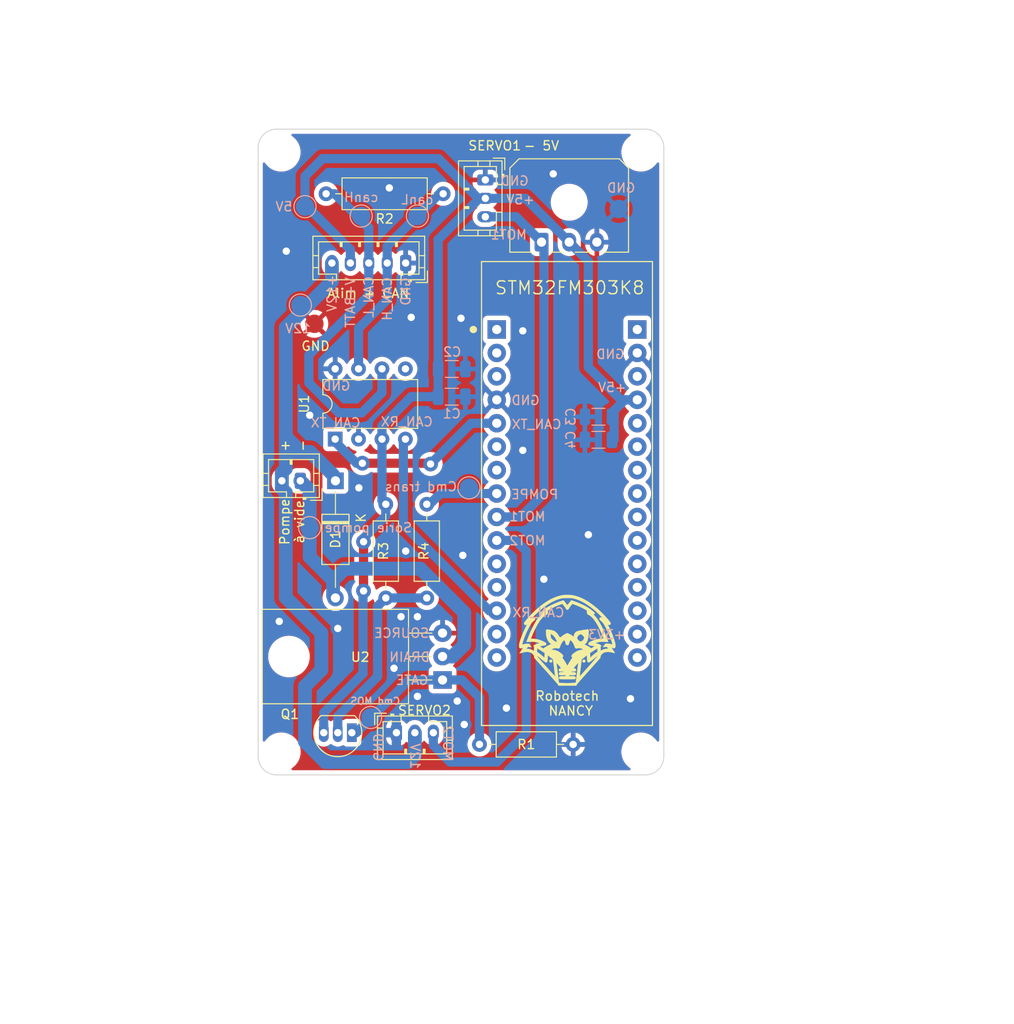
<source format=kicad_pcb>
(kicad_pcb (version 20211014) (generator pcbnew)
  (layers (0 "F.Cu" signal) (31 "B.Cu" signal) (34 "B.Paste" user) (35 "F.Paste" user) (36 "B.SilkS" user "B.Silkscreen") (37 "F.SilkS" user "F.Silkscreen") (38 "B.Mask" user) (39 "F.Mask" user) (44 "Edge.Cuts" user))
  (net 0 "")
  (net 1 "GND")
  (net 2 "CAN_H")
  (net 3 "CAN_L")
  (net 5 "+12V")
  (net 6 "MOT1")
  (net 7 "MOT2")
  (net 18 "+5V")
  (net 28 "+3V3")
  (net 30 "CAN_TX")
  (net 31 "CAN_RX")
  (net 32 "Net-(D1-Pad2)")
  (net 33 "POMPE")
  (net 35 "Net-(Q1-Pad1)")
  (net 36 "Net-(Q1-Pad2)")
  (footprint "" (layer "F.Cu") (at 145.5 35.5)
    (fp_text reference "" (at 0 0) (layer "F.SilkS") (effects (font (size 1.27 1.27))))
    (fp_text value "" (at 0 0) (layer "F.SilkS") (effects (font (size 1.27 1.27))))
    (pad "" np_thru_hole circle locked (at 0 0 180) (size 3.2 3.2) (drill 3.2) (layers *.Cu *.Mask))
  )
  (footprint "" (layer "F.Cu") (at 145.5 100.5)
    (fp_text reference "" (at 0 0) (layer "F.SilkS") (effects (font (size 1.27 1.27))))
    (fp_text value "" (at 0 0) (layer "F.SilkS") (effects (font (size 1.27 1.27))))
    (pad "" np_thru_hole circle locked (at 0 0 180) (size 3.2 3.2) (drill 3.2) (layers *.Cu *.Mask))
  )
  (footprint "Connector_JST:JST_PH_B5B-PH-K_1x05_P2.00mm_Vertical" (layer "F.Cu") (at 159 47.5144 180)
    (fp_text reference "BUS_CAN1" hide)
    (fp_text value "Conn_01x05")
    (pad "1" thru_hole roundrect (at 0 0 180) (size 1.2 1.75) (drill 0.8) (layers *.Cu *.Mask) (roundrect_rratio 0.2083333333) (net 1 "GND"))
    (pad "2" thru_hole oval (at 2 0 180) (size 1.2 1.75) (drill 0.8) (layers *.Cu *.Mask) (net 2 "CAN_H"))
    (pad "3" thru_hole oval (at 4 0 180) (size 1.2 1.75) (drill 0.8) (layers *.Cu *.Mask) (net 3 "CAN_L"))
    (pad "4" thru_hole oval (at 6 0 180) (size 1.2 1.75) (drill 0.8) (layers *.Cu *.Mask) (net 18 "+5V"))
    (pad "5" thru_hole oval (at 8 0 180) (size 1.2 1.75) (drill 0.8) (layers *.Cu *.Mask) (net 5 "+12V"))
  )
  (footprint "empreinte:MODULE_NUCLEO-F303K8" (layer "F.Cu") (at 176.5 72.5)
    (fp_text reference "STM32FM303K8" (at 0.3 -22.3) (layer "F.SilkS") (effects (font (size 1.402378 1.402378))))
    (fp_text value "NUCLEO-F303K8")
    (pad "3.1" thru_hole rect (at -7.62 -17.78) (size 2 2) (drill 1) (layers *.Cu *.Mask))
    (pad "3.2" thru_hole circle (at -7.62 -15.24) (size 2 2) (drill 1) (layers *.Cu *.Mask))
    (pad "3.3" thru_hole circle (at -7.62 -12.7) (size 2 2) (drill 1) (layers *.Cu *.Mask))
    (pad "3.4" thru_hole circle (at -7.62 -10.16) (size 2 2) (drill 1) (layers *.Cu *.Mask) (net 1 "GND"))
    (pad "3.5" thru_hole circle (at -7.62 -7.62) (size 2 2) (drill 1) (layers *.Cu *.Mask) (net 30 "CAN_TX"))
    (pad "3.6" thru_hole circle (at -7.62 -5.08) (size 2 2) (drill 1) (layers *.Cu *.Mask))
    (pad "3.7" thru_hole circle (at -7.62 -2.54) (size 2 2) (drill 1) (layers *.Cu *.Mask))
    (pad "3.8" thru_hole circle (at -7.62 0) (size 2 2) (drill 1) (layers *.Cu *.Mask) (net 33 "POMPE"))
    (pad "3.9" thru_hole circle (at -7.62 2.54) (size 2 2) (drill 1) (layers *.Cu *.Mask) (net 6 "MOT1"))
    (pad "3.10" thru_hole circle (at -7.62 5.08) (size 2 2) (drill 1) (layers *.Cu *.Mask) (net 7 "MOT2"))
    (pad "3.11" thru_hole circle (at -7.62 7.62) (size 2 2) (drill 1) (layers *.Cu *.Mask))
    (pad "3.12" thru_hole circle (at -7.62 10.16) (size 2 2) (drill 1) (layers *.Cu *.Mask))
    (pad "3.13" thru_hole circle (at -7.62 12.7) (size 2 2) (drill 1) (layers *.Cu *.Mask) (net 31 "CAN_RX"))
    (pad "3.14" thru_hole circle (at -7.62 15.24) (size 2 2) (drill 1) (layers *.Cu *.Mask))
    (pad "3.15" thru_hole circle (at -7.62 17.78) (size 2 2) (drill 1) (layers *.Cu *.Mask))
    (pad "4.1" thru_hole rect (at 7.62 -17.78) (size 2 2) (drill 1) (layers *.Cu *.Mask))
    (pad "4.2" thru_hole circle (at 7.62 -15.24) (size 2 2) (drill 1) (layers *.Cu *.Mask) (net 1 "GND"))
    (pad "4.3" thru_hole circle (at 7.62 -12.7) (size 2 2) (drill 1) (layers *.Cu *.Mask))
    (pad "4.4" thru_hole circle (at 7.62 -10.16) (size 2 2) (drill 1) (layers *.Cu *.Mask) (net 18 "+5V"))
    (pad "4.5" thru_hole circle (at 7.62 -7.62) (size 2 2) (drill 1) (layers *.Cu *.Mask))
    (pad "4.6" thru_hole circle (at 7.62 -5.08) (size 2 2) (drill 1) (layers *.Cu *.Mask))
    (pad "4.7" thru_hole circle (at 7.62 -2.54) (size 2 2) (drill 1) (layers *.Cu *.Mask))
    (pad "4.8" thru_hole circle (at 7.62 0) (size 2 2) (drill 1) (layers *.Cu *.Mask))
    (pad "4.9" thru_hole circle (at 7.62 2.54) (size 2 2) (drill 1) (layers *.Cu *.Mask))
    (pad "4.10" thru_hole circle (at 7.62 5.08) (size 2 2) (drill 1) (layers *.Cu *.Mask))
    (pad "4.11" thru_hole circle (at 7.62 7.62) (size 2 2) (drill 1) (layers *.Cu *.Mask))
    (pad "4.12" thru_hole circle (at 7.62 10.16) (size 2 2) (drill 1) (layers *.Cu *.Mask))
    (pad "4.13" thru_hole circle (at 7.62 12.7) (size 2 2) (drill 1) (layers *.Cu *.Mask))
    (pad "4.14" thru_hole circle (at 7.62 15.24) (size 2 2) (drill 1) (layers *.Cu *.Mask) (net 28 "+3V3"))
    (pad "4.15" thru_hole circle (at 7.62 17.78) (size 2 2) (drill 1) (layers *.Cu *.Mask))
  )
  (footprint "Resistor_THT:R_Axial_DIN0207_L6.3mm_D2.5mm_P10.16mm_Horizontal" (layer "F.Cu") (at 167.005 99.695)
    (fp_text reference "R1" (at 5.08 0) (layer "F.SilkS"))
    (fp_text value "1k")
    (pad "1" thru_hole circle locked (at 0 0) (size 1.6 1.6) (drill 0.8) (layers *.Cu *.Mask) (net 35 "Net-(Q1-Pad1)"))
    (pad "2" thru_hole oval locked (at 10.16 0) (size 1.6 1.6) (drill 0.8) (layers *.Cu *.Mask) (net 1 "GND"))
  )
  (footprint "Package_TO_SOT_THT:TO-92_Inline" (layer "F.Cu") (at 152.908 98.425 180)
    (fp_text reference "Q1" (at 6.47 2) (layer "F.SilkS"))
    (fp_text value "BC557")
    (pad "1" thru_hole rect (at -0.254 0 180) (size 1.05 2) (drill 0.8) (layers *.Cu *.Mask) (net 35 "Net-(Q1-Pad1)"))
    (pad "2" thru_hole oval (at 1.27 0 180) (size 1.05 2) (drill 0.8) (layers *.Cu *.Mask) (net 36 "Net-(Q1-Pad2)"))
    (pad "3" thru_hole oval (at 2.794 0 180) (size 1.05 2) (drill 0.8) (layers *.Cu *.Mask) (net 18 "+5V"))
  )
  (footprint "Diode_THT:D_A-405_P12.70mm_Horizontal" (layer "F.Cu") (at 151.384 71.12 -90)
    (fp_text reference "D1" (at 6.35 0 90) (layer "F.SilkS"))
    (fp_text value "D")
    (fp_text user "K" (at 4.015 -2.77 90) (layer "F.SilkS"))
    (pad "1" thru_hole rect locked (at 0 0 270) (size 1.8 1.8) (drill 1) (layers *.Cu *.Mask) (net 5 "+12V"))
    (pad "2" thru_hole oval locked (at 12.7 0 270) (size 1.8 1.8) (drill 1) (layers *.Cu *.Mask) (net 32 "Net-(D1-Pad2)"))
  )
  (footprint "Resistor_THT:R_Axial_DIN0207_L6.3mm_D2.5mm_P10.16mm_Horizontal" (layer "F.Cu") (at 161.29 73.66 -90)
    (fp_text reference "R4" (at 5.08 0.3175 90) (layer "F.SilkS"))
    (fp_text value "180")
    (pad "1" thru_hole circle locked (at 0 0 270) (size 1.6 1.6) (drill 0.8) (layers *.Cu *.Mask) (net 33 "POMPE"))
    (pad "2" thru_hole oval locked (at 10.16 0 270) (size 1.6 1.6) (drill 0.8) (layers *.Cu *.Mask) (net 36 "Net-(Q1-Pad2)"))
  )
  (footprint "Connector_JST:JST_PH_B3B-PH-K_1x03_P2.00mm_Vertical" (layer "F.Cu") (at 158 98.425)
    (fp_text reference "SERVO2" (at 3.036 -2.413) (layer "F.SilkS"))
    (fp_text value "Conn_01x03")
    (pad "1" thru_hole roundrect locked (at 0 0) (size 1.2 1.75) (drill 0.8) (layers *.Cu *.Mask) (roundrect_rratio 0.2083333333) (net 1 "GND"))
    (pad "2" thru_hole oval locked (at 2 0) (size 1.2 1.75) (drill 0.8) (layers *.Cu *.Mask) (net 5 "+12V"))
    (pad "3" thru_hole oval locked (at 4 0) (size 1.2 1.75) (drill 0.8) (layers *.Cu *.Mask) (net 7 "MOT2"))
  )
  (footprint "Resistor_THT:R_Axial_DIN0309_L9.0mm_D3.2mm_P12.70mm_Horizontal" (layer "F.Cu") (at 163.068 40.005 180)
    (fp_text reference "R2" (at 6.35 -2.72) (layer "F.SilkS"))
    (fp_text value "R")
    (pad "1" thru_hole circle locked (at 0 0 180) (size 1.6 1.6) (drill 0.8) (layers *.Cu *.Mask) (net 2 "CAN_H"))
    (pad "2" thru_hole oval locked (at 12.7 0 180) (size 1.6 1.6) (drill 0.8) (layers *.Cu *.Mask) (net 3 "CAN_L"))
  )
  (footprint "Logos:logoRobotechNancy10x10" (layer "F.Cu") (at 176.53 88.265)
    (fp_text reference "G***" hide)
    (fp_text value "LOGO" hide)
  )
  (footprint "" (layer "F.Cu") (at 184.5 35.5)
    (fp_text reference "" (at 0 0) (layer "F.SilkS") (effects (font (size 1.27 1.27))))
    (fp_text value "" (at 0 0) (layer "F.SilkS") (effects (font (size 1.27 1.27))))
    (pad "" np_thru_hole circle locked (at 0 0 180) (size 3.2 3.2) (drill 3.2) (layers *.Cu *.Mask))
  )
  (footprint "Connector_JST:JST_PH_B2B-PH-K_1x02_P2.00mm_Vertical" (layer "F.Cu") (at 147.574 71.12 180)
    (fp_text reference "PompeAVide1" hide)
    (fp_text value "Conn_01x02")
    (pad "1" thru_hole roundrect locked (at 0 0 180) (size 1.2 1.75) (drill 0.8) (layers *.Cu *.Mask) (roundrect_rratio 0.2083333333) (net 32 "Net-(D1-Pad2)"))
    (pad "2" thru_hole oval locked (at 2 0 180) (size 1.2 1.75) (drill 0.8) (layers *.Cu *.Mask) (net 5 "+12V"))
  )
  (footprint "Resistor_THT:R_Axial_DIN0207_L6.3mm_D2.5mm_P10.16mm_Horizontal" (layer "F.Cu") (at 156.845 73.66 -90)
    (fp_text reference "R3" (at 5.08 0.254 90) (layer "F.SilkS"))
    (fp_text value "10k")
    (pad "1" thru_hole circle locked (at 0 0 270) (size 1.6 1.6) (drill 0.8) (layers *.Cu *.Mask) (net 18 "+5V"))
    (pad "2" thru_hole oval locked (at 10.16 0 270) (size 1.6 1.6) (drill 0.8) (layers *.Cu *.Mask) (net 36 "Net-(Q1-Pad2)"))
  )
  (footprint "Package_TO_SOT_THT:TO-220-3_Horizontal_TabDown" (layer "F.Cu") (at 163 92.71 90)
    (fp_text reference "U2" (at 2.48 -8.925) (layer "F.SilkS"))
    (fp_text value "IRFZ44NPBF")
    (pad "" np_thru_hole oval locked (at 2.54 -16.66 90) (size 3.5 3.5) (drill 3.5) (layers *.Cu *.Mask))
    (pad "1" thru_hole rect locked (at 0 0 90) (size 1.905 2) (drill 1) (layers *.Cu *.Mask) (net 35 "Net-(Q1-Pad1)"))
    (pad "2" thru_hole oval locked (at 2.54 0 90) (size 1.905 2) (drill 1) (layers *.Cu *.Mask) (net 32 "Net-(D1-Pad2)"))
    (pad "3" thru_hole oval locked (at 5.08 0 90) (size 1.905 2) (drill 1) (layers *.Cu *.Mask) (net 1 "GND"))
  )
  (footprint "Package_DIP:DIP-8_W7.62mm" (layer "F.Cu") (at 151.35 66.6 90)
    (fp_text reference "U1" (at 3.81 -3.35 90) (layer "F.SilkS"))
    (fp_text value "MCP2551-I-P")
    (pad "1" thru_hole rect locked (at 0 0 90) (size 1.6 1.6) (drill 0.8) (layers *.Cu *.Mask) (net 30 "CAN_TX"))
    (pad "2" thru_hole oval locked (at 0 2.54 90) (size 1.6 1.6) (drill 0.8) (layers *.Cu *.Mask) (net 1 "GND"))
    (pad "3" thru_hole oval locked (at 0 5.08 90) (size 1.6 1.6) (drill 0.8) (layers *.Cu *.Mask) (net 18 "+5V"))
    (pad "4" thru_hole oval locked (at 0 7.62 90) (size 1.6 1.6) (drill 0.8) (layers *.Cu *.Mask) (net 31 "CAN_RX"))
    (pad "5" thru_hole oval locked (at 7.62 7.62 90) (size 1.6 1.6) (drill 0.8) (layers *.Cu *.Mask))
    (pad "6" thru_hole oval locked (at 7.62 5.08 90) (size 1.6 1.6) (drill 0.8) (layers *.Cu *.Mask) (net 3 "CAN_L"))
    (pad "7" thru_hole oval locked (at 7.62 2.54 90) (size 1.6 1.6) (drill 0.8) (layers *.Cu *.Mask) (net 2 "CAN_H"))
    (pad "8" thru_hole oval locked (at 7.62 0 90) (size 1.6 1.6) (drill 0.8) (layers *.Cu *.Mask) (net 1 "GND"))
  )
  (footprint "" (layer "F.Cu") (at 184.5 100.5)
    (fp_text reference "" (at 0 0) (layer "F.SilkS") (effects (font (size 1.27 1.27))))
    (fp_text value "" (at 0 0) (layer "F.SilkS") (effects (font (size 1.27 1.27))))
    (pad "" np_thru_hole circle locked (at 0 0 180) (size 3.2 3.2) (drill 3.2) (layers *.Cu *.Mask))
  )
  (footprint "Connector_Molex:Molex_Micro-Fit_3.0_43650-0300_1x03_P3.00mm_Horizontal" (layer "F.Cu") (at 173.736 45.245)
    (fp_text reference "JS1" hide)
    (fp_text value "Molex_Micro-Fit_3.0_43650-0300_1x03_P3.00mm_Horizontal")
    (pad "" np_thru_hole circle locked (at 3 -4.32) (size 3 3) (drill 3) (layers *.Cu *.Mask))
    (pad "1" thru_hole roundrect locked (at 0 0) (size 1.5 2.02) (drill 1) (layers *.Cu *.Mask) (roundrect_rratio 0.1666673333) (net 6 "MOT1"))
    (pad "2" thru_hole oval locked (at 3 0) (size 1.5 2.02) (drill 1) (layers *.Cu *.Mask) (net 18 "+5V"))
    (pad "3" thru_hole oval locked (at 6 0) (size 1.5 2.02) (drill 1) (layers *.Cu *.Mask) (net 1 "GND"))
  )
  (footprint "Connector_JST:JST_PH_B3B-PH-K_1x03_P2.00mm_Vertical" (layer "F.Cu") (at 167.64 38.5 -90)
    (fp_text reference "SERVO1" (at -3.702 -1.016 180) (layer "F.SilkS"))
    (fp_text value "Conn_01x03")
    (pad "1" thru_hole roundrect (at 0 0 270) (size 1.2 1.75) (drill 0.8) (layers *.Cu *.Mask) (roundrect_rratio 0.2083333333) (net 1 "GND"))
    (pad "2" thru_hole oval (at 2 0 270) (size 1.2 1.75) (drill 0.8) (layers *.Cu *.Mask) (net 18 "+5V"))
    (pad "3" thru_hole oval (at 4 0 270) (size 1.2 1.75) (drill 0.8) (layers *.Cu *.Mask) (net 6 "MOT1"))
  )
  (footprint "TestPoint:TestPoint_Pad_D2.0mm" (layer "B.Cu") (at 160.274 42.418 180)
    (fp_text reference "TP4" hide)
    (fp_text value "TestPoint")
    (pad "1" smd circle locked (at 0 0 180) (size 2 2) (layers "B.Cu" "B.Mask") (net 2 "CAN_H"))
  )
  (footprint "" (layer "B.Cu") (at 149.098 54.102 180)
    (fp_text reference "" (at 0 0) (layer "B.SilkS") (effects (font (size 1.27 1.27)) (justify mirror)))
    (fp_text value "" (at 0 0) (layer "B.SilkS") (effects (font (size 1.27 1.27)) (justify mirror)))
    (pad "1" smd circle locked (at 0 0) (size 2 2) (layers "F.Cu" "F.Mask") (net 1 "GND"))
  )
  (footprint "TestPoint:TestPoint_Pad_D2.0mm" (layer "B.Cu") (at 155.194 96.774 180)
    (fp_text reference "TP8" hide)
    (fp_text value "TestPoint")
    (pad "1" smd circle locked (at 0 0 180) (size 2 2) (layers "B.Cu" "B.Mask") (net 35 "Net-(Q1-Pad1)"))
  )
  (footprint "Capacitor_SMD:C_1206_3216Metric" (layer "B.Cu") (at 164 59)
    (fp_text reference "C2" (at 0.05 -1.85) (layer "B.SilkS") (effects (justify mirror)))
    (fp_text value "C")
    (pad "1" smd roundrect locked (at -1.475 0) (size 1.15 1.8) (layers "B.Cu" "B.Paste" "B.Mask") (roundrect_rratio 0.2173913043) (net 18 "+5V"))
    (pad "2" smd roundrect locked (at 1.475 0) (size 1.15 1.8) (layers "B.Cu" "B.Paste" "B.Mask") (roundrect_rratio 0.2173913043) (net 1 "GND"))
  )
  (footprint "TestPoint:TestPoint_Pad_D2.0mm" (layer "B.Cu") (at 165.862 71.882 180)
    (fp_text reference "TP7" hide)
    (fp_text value "TestPoint")
    (pad "1" smd circle locked (at 0 0 180) (size 2 2) (layers "B.Cu" "B.Mask") (net 33 "POMPE"))
  )
  (footprint "TestPoint:TestPoint_Pad_D2.0mm" (layer "B.Cu") (at 148.59 76.2 180)
    (fp_text reference "TP2" hide)
    (fp_text value "TestPoint")
    (pad "1" smd circle locked (at 0 0 180) (size 2 2) (layers "B.Cu" "B.Mask") (net 32 "Net-(D1-Pad2)"))
  )
  (footprint "" (layer "B.Cu") (at 182.118 41.656 180)
    (fp_text reference "" (at 0 0) (layer "B.SilkS") (effects (font (size 1.27 1.27)) (justify mirror)))
    (fp_text value "" (at 0 0) (layer "B.SilkS") (effects (font (size 1.27 1.27)) (justify mirror)))
    (pad "1" smd circle locked (at 0 0 180) (size 2 2) (layers "B.Cu" "B.Mask") (net 1 "GND"))
  )
  (footprint "Capacitor_SMD:C_1206_3216Metric" (layer "B.Cu") (at 179.91 66.675)
    (fp_text reference "C4" (at -3 0 90) (layer "B.SilkS") (effects (justify mirror)))
    (fp_text value "C")
    (pad "1" smd roundrect locked (at -1.475 0) (size 1.15 1.8) (layers "B.Cu" "B.Paste" "B.Mask") (roundrect_rratio 0.2173913043) (net 1 "GND"))
    (pad "2" smd roundrect locked (at 1.475 0) (size 1.15 1.8) (layers "B.Cu" "B.Paste" "B.Mask") (roundrect_rratio 0.2173913043) (net 18 "+5V"))
  )
  (footprint "TestPoint:TestPoint_Pad_D2.0mm" (layer "B.Cu") (at 147.574 52.07 180)
    (fp_text reference "TP6" hide)
    (fp_text value "TestPoint")
    (pad "1" smd circle locked (at 0 0 180) (size 2 2) (layers "B.Cu" "B.Mask") (net 5 "+12V"))
  )
  (footprint "Capacitor_SMD:C_1206_3216Metric" (layer "B.Cu") (at 179.91 64.175)
    (fp_text reference "C3" (at -3 0 90) (layer "B.SilkS") (effects (justify mirror)))
    (fp_text value "C")
    (pad "1" smd roundrect locked (at -1.475 0) (size 1.15 1.8) (layers "B.Cu" "B.Paste" "B.Mask") (roundrect_rratio 0.2173913043) (net 1 "GND"))
    (pad "2" smd roundrect locked (at 1.475 0) (size 1.15 1.8) (layers "B.Cu" "B.Paste" "B.Mask") (roundrect_rratio 0.2173913043) (net 18 "+5V"))
  )
  (footprint "Capacitor_SMD:C_1206_3216Metric" (layer "B.Cu") (at 164 62)
    (fp_text reference "C1" (at 0 1.85) (layer "B.SilkS") (effects (justify mirror)))
    (fp_text value "C")
    (pad "1" smd roundrect locked (at -1.475 0) (size 1.15 1.8) (layers "B.Cu" "B.Paste" "B.Mask") (roundrect_rratio 0.2173913043) (net 18 "+5V"))
    (pad "2" smd roundrect locked (at 1.475 0) (size 1.15 1.8) (layers "B.Cu" "B.Paste" "B.Mask") (roundrect_rratio 0.2173913043) (net 1 "GND"))
  )
  (footprint "TestPoint:TestPoint_Pad_D2.0mm" (layer "B.Cu") (at 154.178 42.418 180)
    (fp_text reference "TP5" hide)
    (fp_text value "TestPoint")
    (pad "1" smd circle locked (at 0 0 180) (size 2 2) (layers "B.Cu" "B.Mask") (net 3 "CAN_L"))
  )
  (footprint "TestPoint:TestPoint_Pad_D2.0mm" (layer "B.Cu") (at 148.082 41.402 180)
    (fp_text reference "TP3" hide)
    (fp_text value "TestPoint")
    (pad "1" smd circle locked (at 0 0 180) (size 2 2) (layers "B.Cu" "B.Mask") (net 18 "+5V"))
  )
  (gr_arc (start 185 33) (mid 186.414214 33.585786) (end 187 35) (layer "Edge.Cuts") (width 0.1))
  (gr_line (start 143 101) (end 143 35) (layer "Edge.Cuts") (width 0.1))
  (gr_line (start 145 33) (end 185 33) (layer "Edge.Cuts") (width 0.1))
  (gr_line (start 185 103) (end 145 103) (layer "Edge.Cuts") (width 0.1))
  (gr_arc (start 143 35) (mid 143.585786 33.585786) (end 145 33) (layer "Edge.Cuts") (width 0.1))
  (gr_line (start 187 35) (end 187 101) (layer "Edge.Cuts") (width 0.1))
  (gr_arc (start 187 101) (mid 186.414214 102.414214) (end 185 103) (layer "Edge.Cuts") (width 0.1))
  (gr_arc (start 145 103) (mid 143.585786 102.414214) (end 143 101) (layer "Edge.Cuts") (width 0.1))
  (gr_text "GND\n" (at 156 100 -90) (layer "B.SilkS") (effects (font (size 1 1)) (justify mirror)))
  (gr_text "+12V" (at 151 50.8 -270) (layer "B.SilkS") (effects (font (size 1 1)) (justify mirror)))
  (gr_text "DRAIN" (at 159.425 90.23) (layer "B.SilkS") (effects (font (size 1 1)) (justify mirror)))
  (gr_text "canL" (at 160.274 40.64) (layer "B.SilkS") (effects (font (size 1 1)) (justify mirror)))
  (gr_text "+5V\n" (at 171.45 40.64) (layer "B.SilkS") (effects (font (size 1 1)) (justify mirror)))
  (gr_text "5V" (at 145.796 41.402) (layer "B.SilkS") (effects (font (size 1 1)) (justify mirror)))
  (gr_text "MOT1" (at 170.18 44.45) (layer "B.SilkS") (effects (font (size 1 1)) (justify mirror)))
  (gr_text "GND\n" (at 170.815 38.608) (layer "B.SilkS") (effects (font (size 1 1)) (justify mirror)))
  (gr_text "GND\n" (at 159 50.6 90) (layer "B.SilkS") (effects (font (size 1 1)) (justify mirror)))
  (gr_text "+3V3" (at 180.8 87.8) (layer "B.SilkS") (effects (font (size 1 1)) (justify mirror)))
  (gr_text "+5V\n" (at 181.4 61) (layer "B.SilkS") (effects (font (size 1 1)) (justify mirror)))
  (gr_text "Sorie pompe" (at 154.94 76.2) (layer "B.SilkS") (effects (font (size 1 1)) (justify mirror)))
  (gr_text "GND\n" (at 172 62.4) (layer "B.SilkS") (effects (font (size 1 1)) (justify mirror)))
  (gr_text "CAN_TX" (at 151.4 64.825) (layer "B.SilkS") (effects (font (size 1 1)) (justify mirror)))
  (gr_text "12V" (at 147.32 54.61) (layer "B.SilkS") (effects (font (size 1 1)) (justify mirror)))
  (gr_text "GATE" (at 159.7 92.73) (layer "B.SilkS") (effects (font (size 1 1)) (justify mirror)))
  (gr_text "GND" (at 182.372 39.37) (layer "B.SilkS") (effects (font (size 1 1)) (justify mirror)))
  (gr_text "12V\n" (at 160.02 100.965 -90) (layer "B.SilkS") (effects (font (size 1 1)) (justify mirror)))
  (gr_text "CAN_TX" (at 173.2 65) (layer "B.SilkS") (effects (font (size 1 1)) (justify mirror)))
  (gr_text "POMPE" (at 173 72.6) (layer "B.SilkS") (effects (font (size 1 1)) (justify mirror)))
  (gr_text "CAN_RX" (at 159.125 64.725) (layer "B.SilkS") (effects (font (size 1 1)) (justify mirror)))
  (gr_text "MOT1" (at 172.2 75) (layer "B.SilkS") (effects (font (size 1 1)) (justify mirror)))
  (gr_text "GND\n" (at 151.475 60.825) (layer "B.SilkS") (effects (font (size 1 1)) (justify mirror)))
  (gr_text "CAN_RX" (at 173.4 85.4) (layer "B.SilkS") (effects (font (size 1 1)) (justify mirror)))
  (gr_text "Cmd trans" (at 160.655 71.755) (layer "B.SilkS") (effects (font (size 1 1)) (justify mirror)))
  (gr_text "MOT2" (at 172.2 77.6) (layer "B.SilkS") (effects (font (size 1 1)) (justify mirror)))
  (gr_text "canH" (at 154.178 40.386) (layer "B.SilkS") (effects (font (size 1 1)) (justify mirror)))
  (gr_text "V+BATT" (at 153 51.8 -270) (layer "B.SilkS") (effects (font (size 1 1)) (justify mirror)))
  (gr_text "MOT2" (at 163.575 99.575 -90) (layer "B.SilkS") (effects (font (size 1 1)) (justify mirror)))
  (gr_text "CAN_L" (at 155 51.2 -270) (layer "B.SilkS") (effects (font (size 1 1)) (justify mirror)))
  (gr_text "SOURCE" (at 158.55 87.63) (layer "B.SilkS") (effects (font (size 1 1)) (justify mirror)))
  (gr_text "GND\n" (at 181.2 57.4) (layer "B.SilkS") (effects (font (size 1 1)) (justify mirror)))
  (gr_text "CAN_H" (at 157 51.4 90) (layer "B.SilkS") (effects (font (size 1 1)) (justify mirror)))
  (gr_text "Cmd MOS" (at 155.702 94.996) (layer "B.SilkS") (effects (font (size 0.75 0.75)) (justify mirror)))
  (gr_text "- 5V" (at 173.736 34.798) (layer "F.SilkS") (effects (font (size 1 1))))
  (gr_text "GND" (at 149.225 56.515) (layer "F.SilkS") (effects (font (size 1 1))))
  (gr_text "Pompe\nà vide" (at 146.685 75.565 90) (layer "F.SilkS") (effects (font (size 1 1))))
  (gr_text "Robotech\n NANCY" (at 176.53 95.25) (layer "F.SilkS") (effects (font (size 1 1))))
  (gr_text "+" (at 146.05 67.31 -90) (layer "F.SilkS") (effects (font (size 1 1)) (justify mirror)))
  (gr_text "-" (at 147.955 67.31 -90) (layer "F.SilkS") (effects (font (size 1 1)) (justify mirror)))
  (gr_text "Alim + CAN\n" (at 154.94 50.8) (layer "F.SilkS") (effects (font (size 1 1))))
  (via (at 145.288 86.36) (size 1.6) (drill 0.8) (layers "F.Cu" "B.Cu") (net 1))
  (via (at 165.2 79.2) (size 1.6) (drill 0.8) (layers "F.Cu" "B.Cu") (net 1))
  (via (at 153.924 71.882) (size 1.6) (drill 0.8) (layers "F.Cu" "B.Cu") (net 1))
  (via (at 164.592 94.996) (size 1.6) (drill 0.8) (layers "F.Cu" "B.Cu") (net 1))
  (via (at 157.226 39.37) (size 1.6) (drill 0.8) (layers "F.Cu" "B.Cu") (net 1))
  (via (at 158.496 85.852) (size 1.6) (drill 0.8) (layers "F.Cu" "B.Cu") (net 1))
  (via (at 171.704 54.864) (size 1.6) (drill 0.8) (layers "F.Cu" "B.Cu") (net 1))
  (via (at 160.274 85.852) (size 1.6) (drill 0.8) (layers "F.Cu" "B.Cu") (net 1))
  (via (at 160.274 94.488) (size 1.6) (drill 0.8) (layers "F.Cu" "B.Cu") (net 1))
  (via (at 173.99 81.788) (size 1.6) (drill 0.8) (layers "F.Cu" "B.Cu") (net 1))
  (via (at 169.926 95.758) (size 1.6) (drill 0.8) (layers "F.Cu" "B.Cu") (net 1))
  (via (at 148.59 64.008) (size 1.6) (drill 0.8) (layers "F.Cu" "B.Cu") (net 1))
  (via (at 165 53.5) (size 1.6) (drill 0.8) (layers "F.Cu" "B.Cu") (net 1))
  (via (at 157.734 91.44) (size 1.6) (drill 0.8) (layers "F.Cu" "B.Cu") (net 1))
  (via (at 183.388 94.742) (size 1.6) (drill 0.8) (layers "F.Cu" "B.Cu") (net 1))
  (via (at 151.638 87.122) (size 1.6) (drill 0.8) (layers "F.Cu" "B.Cu") (net 1))
  (via (at 159.004 78.74) (size 1.6) (drill 0.8) (layers "F.Cu" "B.Cu") (net 1))
  (via (at 146.05 46.228) (size 1.6) (drill 0.8) (layers "F.Cu" "B.Cu") (net 1))
  (via (at 178.816 76.962) (size 1.6) (drill 0.8) (layers "F.Cu" "B.Cu") (net 1))
  (via (at 171.704 67.818) (size 1.6) (drill 0.8) (layers "F.Cu" "B.Cu") (net 1))
  (via (at 165.354 97.536) (size 1.6) (drill 0.8) (layers "F.Cu" "B.Cu") (net 1))
  (via (at 175.006 37.846) (size 1.6) (drill 0.8) (layers "F.Cu" "B.Cu") (net 1))
  (via (at 159.6 53.4) (size 1.6) (drill 0.8) (layers "F.Cu" "B.Cu") (net 1))
  (segment (start 157 45.6644) (end 162.6594 40.005) (width 1) (layer "B.Cu") (net 2))
  (segment (start 157 47.5144) (end 157 45.6644) (width 1) (layer "B.Cu") (net 2))
  (segment (start 157 47.5144) (end 157 51.4856) (width 1) (layer "B.Cu") (net 2))
  (segment (start 157 51.4856) (end 153.89 54.5956) (width 1) (layer "B.Cu") (net 2))
  (segment (start 162.6594 40.005) (end 163.068 40.005) (width 1) (layer "B.Cu") (net 2))
  (segment (start 153.89 54.5956) (end 153.89 58.98) (width 1) (layer "B.Cu") (net 2))
  (segment (start 148.5 60.5) (end 151.75 63.75) (width 1) (layer "B.Cu") (net 3))
  (segment (start 151.75 63.75) (end 154.25 63.75) (width 1) (layer "B.Cu") (net 3))
  (segment (start 155 47.5144) (end 155 51) (width 1) (layer "B.Cu") (net 3))
  (segment (start 156.43 61.57) (end 156.43 58.98) (width 1) (layer "B.Cu") (net 3))
  (segment (start 155 43.7) (end 155 47.5144) (width 1) (layer "B.Cu") (net 3))
  (segment (start 154.25 63.75) (end 156.43 61.57) (width 1) (layer "B.Cu") (net 3))
  (segment (start 155 51) (end 148.5 57.5) (width 1) (layer "B.Cu") (net 3))
  (segment (start 148.5 57.5) (end 148.5 60.5) (width 1) (layer "B.Cu") (net 3))
  (segment (start 151.305 40.005) (end 155 43.7) (width 1) (layer "B.Cu") (net 3))
  (segment (start 150.368 40.005) (end 151.305 40.005) (width 1) (layer "B.Cu") (net 3))
  (segment (start 146 83.77) (end 149.86 87.63) (width 1.5) (layer "B.Cu") (net 5))
  (segment (start 146 54.5) (end 146 65.836) (width 1.5) (layer "B.Cu") (net 5))
  (segment (start 159.258 101.6) (end 160 100.858) (width 1.5) (layer "B.Cu") (net 5))
  (segment (start 147.651 67.995) (end 146 67.995) (width 1.5) (layer "B.Cu") (net 5))
  (segment (start 146 67.995) (end 146 69.8) (width 1.5) (layer "B.Cu") (net 5))
  (segment (start 149.86 91.614929) (end 148.082 93.392929) (width 1.5) (layer "B.Cu") (net 5))
  (segment (start 146 72.4) (end 146 83.77) (width 1.5) (layer "B.Cu") (net 5))
  (segment (start 160 100.858) (end 160 98.425) (width 1.5) (layer "B.Cu") (net 5))
  (segment (start 148.082 93.392929) (end 148.082 99.405721) (width 1.5) (layer "B.Cu") (net 5))
  (segment (start 146 66.344) (end 146 65.836) (width 1.5) (layer "B.Cu") (net 5))
  (segment (start 149.86 87.63) (end 149.86 91.614929) (width 1.5) (layer "B.Cu") (net 5))
  (segment (start 151.13 70.485) (end 148.64 67.995) (width 1.5) (layer "B.Cu") (net 5))
  (segment (start 146 69.8) (end 145.574 70.226) (width 1.5) (layer "B.Cu") (net 5))
  (segment (start 146 65.836) (end 146 67.995) (width 1.5) (layer "B.Cu") (net 5))
  (segment (start 151 47.5144) (end 151 49.5) (width 1.5) (layer "B.Cu") (net 5))
  (segment (start 145.574 71.974) (end 146 72.4) (width 1.5) (layer "B.Cu") (net 5))
  (segment (start 148.082 99.405721) (end 150.276279 101.6) (width 1.5) (layer "B.Cu") (net 5))
  (segment (start 150.276279 101.6) (end 159.258 101.6) (width 1.5) (layer "B.Cu") (net 5))
  (segment (start 145.574 70.226) (end 145.574 71.974) (width 1.5) (layer "B.Cu") (net 5))
  (segment (start 151 49.5) (end 146 54.5) (width 1.5) (layer "B.Cu") (net 5))
  (segment (start 148.64 67.995) (end 147.651 67.995) (width 1.5) (layer "B.Cu") (net 5))
  (segment (start 147.651 67.995) (end 146 66.344) (width 1.5) (layer "B.Cu") (net 5))
  (segment (start 174 45.509) (end 170.991 42.5) (width 1) (layer "B.Cu") (net 6))
  (segment (start 171.46 75.04) (end 174 72.5) (width 1) (layer "B.Cu") (net 6))
  (segment (start 174 72.5) (end 174 45.509) (width 1) (layer "B.Cu") (net 6))
  (segment (start 170.991 42.5) (end 167.64 42.5) (width 1) (layer "B.Cu") (net 6))
  (segment (start 168.88 75.04) (end 171.46 75.04) (width 1) (layer "B.Cu") (net 6))
  (segment (start 163.83 101.6) (end 168.91 101.6) (width 1) (layer "B.Cu") (net 7))
  (segment (start 172.085 78.74) (end 170.925 77.58) (width 1) (layer "B.Cu") (net 7))
  (segment (start 162 99.77) (end 163.83 101.6) (width 1) (layer "B.Cu") (net 7))
  (segment (start 172.085 98.425) (end 172.085 78.74) (width 1) (layer "B.Cu") (net 7))
  (segment (start 168.91 101.6) (end 172.085 98.425) (width 1) (layer "B.Cu") (net 7))
  (segment (start 162 98.425) (end 162 99.77) (width 1) (layer "B.Cu") (net 7))
  (segment (start 170.925 77.58) (end 168.88 77.58) (width 1) (layer "B.Cu") (net 7))
  (segment (start 154.432 77.724) (end 154.432 83.058) (width 1) (layer "F.Cu") (net 18))
  (via (at 154.432 83.058) (size 1.6) (drill 0.8) (layers "F.Cu" "B.Cu") (net 18))
  (via (at 154.432 77.724) (size 1.6) (drill 0.8) (layers "F.Cu" "B.Cu") (net 18))
  (segment (start 154.432 77.724) (end 154.432 77.343) (width 1) (layer "B.Cu") (net 18))
  (segment (start 156.43 66.6) (end 156.43 73.245) (width 1) (layer "B.Cu") (net 18))
  (segment (start 154.432 77.343) (end 156.845 74.93) (width 1) (layer "B.Cu") (net 18))
  (segment (start 153 46.066) (end 148.082 41.148) (width 1) (layer "B.Cu") (net 18))
  (segment (start 156.845 74.93) (end 156.845 73.66) (width 1) (layer "B.Cu") (net 18))
  (segment (start 162.56 36.195) (end 166.865 40.5) (width 1) (layer "B.Cu") (net 18))
  (segment (start 181.57 64.175) (end 181.61 64.135) (width 1) (layer "B.Cu") (net 18))
  (segment (start 156.43 66.6) (end 156.43 65.17) (width 1) (layer "B.Cu") (net 18))
  (segment (start 153 47.5144) (end 153 46.066) (width 1) (layer "B.Cu") (net 18))
  (segment (start 162.525 45.025) (end 162.5 45) (width 1) (layer "B.Cu") (net 18))
  (segment (start 181.385 66.675) (end 181.61 66.675) (width 1) (layer "B.Cu") (net 18))
  (segment (start 178.816 58.801) (end 182.355 62.34) (width 1) (layer "B.Cu") (net 18))
  (segment (start 154.37548 83.11452) (end 154.37548 92.00452) (width 1) (layer "B.Cu") (net 18))
  (segment (start 178.816 47.325) (end 178.816 58.801) (width 1) (layer "B.Cu") (net 18))
  (segment (start 148.082 41.148) (end 148.082 38.1) (width 1) (layer "B.Cu") (net 18))
  (segment (start 154.432 83.058) (end 154.37548 83.11452) (width 1) (layer "B.Cu") (net 18))
  (segment (start 167.64 40.5) (end 171.991 40.5) (width 1) (layer "B.Cu") (net 18))
  (segment (start 150.114 96.266) (end 150.114 98.425) (width 1) (layer "B.Cu") (net 18))
  (segment (start 171.991 40.5) (end 178.816 47.325) (width 1) (layer "B.Cu") (net 18))
  (segment (start 149.987 36.195) (end 162.56 36.195) (width 1) (layer "B.Cu") (net 18))
  (segment (start 181.61 64.135) (end 181.61 63.5) (width 1) (layer "B.Cu") (net 18))
  (segment (start 148.082 38.1) (end 149.987 36.195) (width 1) (layer "B.Cu") (net 18))
  (segment (start 162.525 62) (end 162.525 59) (width 1) (layer "B.Cu") (net 18))
  (segment (start 154.37548 92.00452) (end 150.114 96.266) (width 1) (layer "B.Cu") (net 18))
  (segment (start 182.77 62.34) (end 184.12 62.34) (width 1) (layer "B.Cu") (net 18))
  (segment (start 156.43 65.17) (end 159.6 62) (width 1) (layer "B.Cu") (net 18))
  (segment (start 156.43 73.245) (end 156.845 73.66) (width 1) (layer "B.Cu") (net 18))
  (segment (start 159.6 62) (end 162.525 62) (width 1) (layer "B.Cu") (net 18))
  (segment (start 162.5 45) (end 167 40.5) (width 1) (layer "B.Cu") (net 18))
  (segment (start 181.61 63.5) (end 182.77 62.34) (width 1) (layer "B.Cu") (net 18))
  (segment (start 182.355 62.34) (end 184.12 62.34) (width 1) (layer "B.Cu") (net 18))
  (segment (start 167 40.5) (end 167.64 40.5) (width 1) (layer "B.Cu") (net 18))
  (segment (start 162.525 59) (end 162.525 45.025) (width 1) (layer "B.Cu") (net 18))
  (segment (start 181.385 64.175) (end 181.57 64.175) (width 1) (layer "B.Cu") (net 18))
  (segment (start 166.865 40.5) (end 167.64 40.5) (width 1) (layer "B.Cu") (net 18))
  (segment (start 181.61 66.675) (end 181.61 64.135) (width 1) (layer "B.Cu") (net 18))
  (segment (start 161.615 69.215) (end 154.305 69.215) (width 1) (layer "F.Cu") (net 30))
  (segment (start 161.7 69.3) (end 161.615 69.215) (width 1) (layer "F.Cu") (net 30))
  (via (at 161.7 69.3) (size 1.6) (drill 0.8) (layers "F.Cu" "B.Cu") (net 30))
  (via (at 154.305 69.215) (size 1.6) (drill 0.8) (layers "F.Cu" "B.Cu") (net 30))
  (segment (start 154.305 69.215) (end 153.67 69.215) (width 1) (layer "B.Cu") (net 30))
  (segment (start 153.67 69.215) (end 151.35 66.895) (width 1) (layer "B.Cu") (net 30))
  (segment (start 168.88 64.88) (end 166.12 64.88) (width 1) (layer "B.Cu") (net 30))
  (segment (start 151.35 66.895) (end 151.35 66.6) (width 1) (layer "B.Cu") (net 30))
  (segment (start 166.12 64.88) (end 161.7 69.3) (width 1) (layer "B.Cu") (net 30))
  (segment (start 158.97 66.6) (end 158.75 66.82) (width 1) (layer "B.Cu") (net 31))
  (segment (start 168.069511 85.2) (end 168.88 85.2) (width 1) (layer "B.Cu") (net 31))
  (segment (start 158.75 66.82) (end 158.75 75.880489) (width 1) (layer "B.Cu") (net 31))
  (segment (start 158.75 75.880489) (end 168.069511 85.2) (width 1) (layer "B.Cu") (net 31))
  (segment (start 164.084 90.17) (end 165.354 88.9) (width 1.5) (layer "B.Cu") (net 32))
  (segment (start 152.4 80.645) (end 151.13 81.915) (width 1.5) (layer "B.Cu") (net 32))
  (segment (start 151.13 81.915) (end 151.13 83.566) (width 1.5) (layer "B.Cu") (net 32))
  (segment (start 160.589183 80.645) (end 152.4 80.645) (width 1.5) (layer "B.Cu") (net 32))
  (segment (start 148.59 72.136) (end 147.574 71.12) (width 1.5) (layer "B.Cu") (net 32))
  (segment (start 151.13 81.915) (end 148.59 79.375) (width 1.5) (layer "B.Cu") (net 32))
  (segment (start 165.354 88.9) (end 165.354 85.409817) (width 1.5) (layer "B.Cu") (net 32))
  (segment (start 148.59 79.375) (end 148.59 72.136) (width 1.5) (layer "B.Cu") (net 32))
  (segment (start 163 90.17) (end 164.084 90.17) (width 1.5) (layer "B.Cu") (net 32))
  (segment (start 151.13 83.566) (end 151.384 83.82) (width 1.5) (layer "B.Cu") (net 32))
  (segment (start 165.354 85.409817) (end 160.589183 80.645) (width 1.5) (layer "B.Cu") (net 32))
  (segment (start 161.6075 73.66) (end 161.29 73.66) (width 1) (layer "B.Cu") (net 33))
  (segment (start 162.7675 72.5) (end 161.6075 73.66) (width 1) (layer "B.Cu") (net 33))
  (segment (start 168.88 72.5) (end 162.7675 72.5) (width 1) (layer "B.Cu") (net 33))
  (segment (start 165.1 92.71) (end 163 92.71) (width 1) (layer "B.Cu") (net 35))
  (segment (start 153.645 98.425) (end 153.162 98.425) (width 1) (layer "B.Cu") (net 35))
  (segment (start 167.005 99.695) (end 167.005 94.615) (width 1) (layer "B.Cu") (net 35))
  (segment (start 163 92.71) (end 159.36 92.71) (width 1) (layer "B.Cu") (net 35))
  (segment (start 159.36 92.71) (end 153.645 98.425) (width 1) (layer "B.Cu") (net 35))
  (segment (start 167.005 94.615) (end 165.1 92.71) (width 1) (layer "B.Cu") (net 35))
  (segment (start 151.638 96.647) (end 155.956 92.329) (width 1) (layer "B.Cu") (net 36))
  (segment (start 155.956 92.329) (end 155.956 84.709) (width 1) (layer "B.Cu") (net 36))
  (segment (start 155.956 84.709) (end 156.845 83.82) (width 1) (layer "B.Cu") (net 36))
  (segment (start 151.638 98.425) (end 151.638 96.647) (width 1) (layer "B.Cu") (net 36))
  (segment (start 161.29 83.82) (end 156.845 83.82) (width 1) (layer "B.Cu") (net 36))
  (zone (net 1) (net_name "GND") (layer "F.Cu") (connect_pads (clearance 0.508)) (min_thickness 0.254) (fill yes (thermal_gap 0.508) (thermal_bridge_width 0.508))
    (polygon (pts (xy 211.582 35.052) (xy 199.898 111.252) (xy 132.842 115.062) (xy 122.682 29.21) (xy 146.05 19.05)))
  )
  (zone locked (net 1) (net_name "GND") (layer "B.Cu") (connect_pads (clearance 0.508)) (min_thickness 0.254) (fill yes (thermal_gap 0.508) (thermal_bridge_width 0.508))
    (polygon (pts (xy 211 21) (xy 225 64) (xy 209 123) (xy 161 130) (xy 115 96) (xy 118 35) (xy 153 19) (xy 154 19)))
  )
)
</source>
